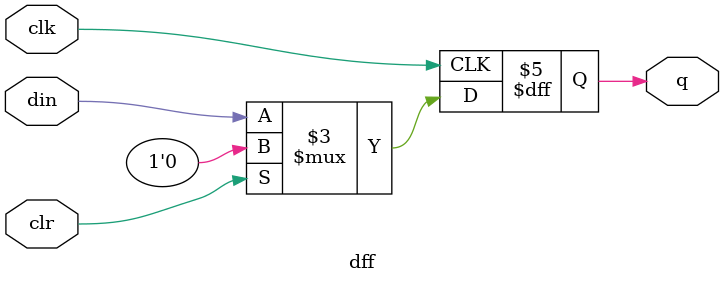
<source format=v>
`timescale 1ns / 1ps


module dff(
    input din,
    input clk,clr,
    output reg q
    );
    always@(posedge clk)
    if(clr)
    q<=0;
    else
    q<=din;
endmodule

</source>
